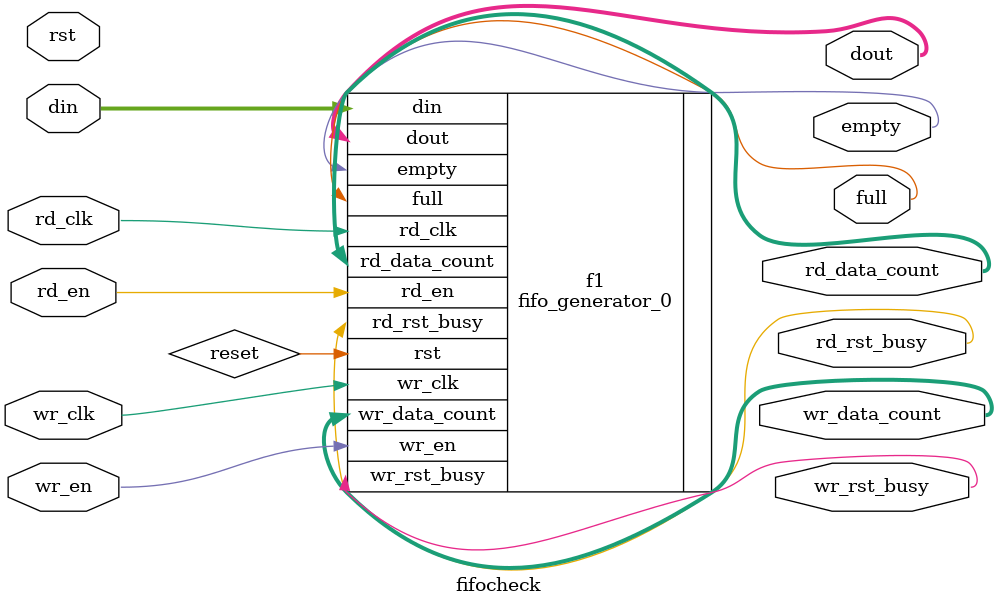
<source format=v>
`timescale 1ns / 1ps


module fifocheck(
  input rst,
  input wr_clk,
  input rd_clk,
  input [31:0]din,
  input wr_en,
  input rd_en,
  output [31:0]dout,
  output full,
  output empty,
  output [9:0]rd_data_count,
  output [9:0]wr_data_count,
  output wr_rst_busy,
  output rd_rst_busy
    );
    
     fifo_generator_0 f1 (
        .wr_clk(wr_clk),
        .rd_clk(rd_clk),
        .wr_en(wr_en),
        .rd_en(rd_en),
        .rst(reset),
        .din(din),
        .dout(dout),
        .wr_rst_busy(wr_rst_busy),
        .rd_rst_busy(rd_rst_busy),
        .full(full),
        .empty(empty),
        .rd_data_count(rd_data_count),
        .wr_data_count(wr_data_count)
    );
    
    
endmodule

</source>
